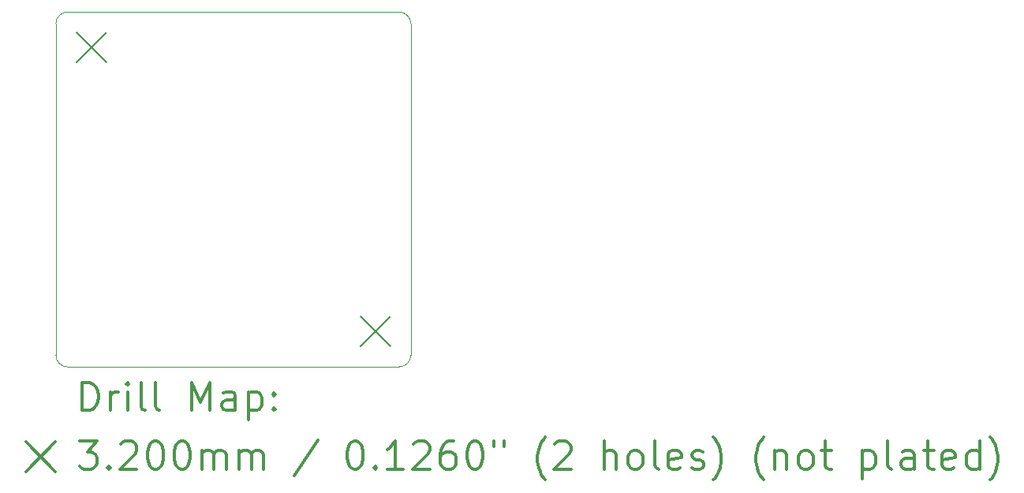
<source format=gbr>
%FSLAX45Y45*%
G04 Gerber Fmt 4.5, Leading zero omitted, Abs format (unit mm)*
G04 Created by KiCad (PCBNEW 5.1.10) date 2021-05-21 02:11:33*
%MOMM*%
%LPD*%
G01*
G04 APERTURE LIST*
%TA.AperFunction,Profile*%
%ADD10C,0.050000*%
%TD*%
%ADD11C,0.200000*%
%ADD12C,0.300000*%
G04 APERTURE END LIST*
D10*
X11811000Y-12700000D02*
G75*
G02*
X11684000Y-12573000I0J127000D01*
G01*
X15494000Y-12573000D02*
G75*
G02*
X15367000Y-12700000I-127000J0D01*
G01*
X11684000Y-9017000D02*
G75*
G02*
X11811000Y-8890000I127000J0D01*
G01*
X15367000Y-8890000D02*
G75*
G02*
X15494000Y-9017000I0J-127000D01*
G01*
X11684000Y-12573000D02*
X11684000Y-9017000D01*
X15367000Y-12700000D02*
X11811000Y-12700000D01*
X15494000Y-9017000D02*
X15494000Y-12573000D01*
X11811000Y-8890000D02*
X15367000Y-8890000D01*
D11*
X11905000Y-9111000D02*
X12225000Y-9431000D01*
X12225000Y-9111000D02*
X11905000Y-9431000D01*
X14953000Y-12159000D02*
X15273000Y-12479000D01*
X15273000Y-12159000D02*
X14953000Y-12479000D01*
D12*
X11967928Y-13168214D02*
X11967928Y-12868214D01*
X12039357Y-12868214D01*
X12082214Y-12882500D01*
X12110786Y-12911071D01*
X12125071Y-12939643D01*
X12139357Y-12996786D01*
X12139357Y-13039643D01*
X12125071Y-13096786D01*
X12110786Y-13125357D01*
X12082214Y-13153929D01*
X12039357Y-13168214D01*
X11967928Y-13168214D01*
X12267928Y-13168214D02*
X12267928Y-12968214D01*
X12267928Y-13025357D02*
X12282214Y-12996786D01*
X12296500Y-12982500D01*
X12325071Y-12968214D01*
X12353643Y-12968214D01*
X12453643Y-13168214D02*
X12453643Y-12968214D01*
X12453643Y-12868214D02*
X12439357Y-12882500D01*
X12453643Y-12896786D01*
X12467928Y-12882500D01*
X12453643Y-12868214D01*
X12453643Y-12896786D01*
X12639357Y-13168214D02*
X12610786Y-13153929D01*
X12596500Y-13125357D01*
X12596500Y-12868214D01*
X12796500Y-13168214D02*
X12767928Y-13153929D01*
X12753643Y-13125357D01*
X12753643Y-12868214D01*
X13139357Y-13168214D02*
X13139357Y-12868214D01*
X13239357Y-13082500D01*
X13339357Y-12868214D01*
X13339357Y-13168214D01*
X13610786Y-13168214D02*
X13610786Y-13011071D01*
X13596500Y-12982500D01*
X13567928Y-12968214D01*
X13510786Y-12968214D01*
X13482214Y-12982500D01*
X13610786Y-13153929D02*
X13582214Y-13168214D01*
X13510786Y-13168214D01*
X13482214Y-13153929D01*
X13467928Y-13125357D01*
X13467928Y-13096786D01*
X13482214Y-13068214D01*
X13510786Y-13053929D01*
X13582214Y-13053929D01*
X13610786Y-13039643D01*
X13753643Y-12968214D02*
X13753643Y-13268214D01*
X13753643Y-12982500D02*
X13782214Y-12968214D01*
X13839357Y-12968214D01*
X13867928Y-12982500D01*
X13882214Y-12996786D01*
X13896500Y-13025357D01*
X13896500Y-13111071D01*
X13882214Y-13139643D01*
X13867928Y-13153929D01*
X13839357Y-13168214D01*
X13782214Y-13168214D01*
X13753643Y-13153929D01*
X14025071Y-13139643D02*
X14039357Y-13153929D01*
X14025071Y-13168214D01*
X14010786Y-13153929D01*
X14025071Y-13139643D01*
X14025071Y-13168214D01*
X14025071Y-12982500D02*
X14039357Y-12996786D01*
X14025071Y-13011071D01*
X14010786Y-12996786D01*
X14025071Y-12982500D01*
X14025071Y-13011071D01*
X11361500Y-13502500D02*
X11681500Y-13822500D01*
X11681500Y-13502500D02*
X11361500Y-13822500D01*
X11939357Y-13498214D02*
X12125071Y-13498214D01*
X12025071Y-13612500D01*
X12067928Y-13612500D01*
X12096500Y-13626786D01*
X12110786Y-13641071D01*
X12125071Y-13669643D01*
X12125071Y-13741071D01*
X12110786Y-13769643D01*
X12096500Y-13783929D01*
X12067928Y-13798214D01*
X11982214Y-13798214D01*
X11953643Y-13783929D01*
X11939357Y-13769643D01*
X12253643Y-13769643D02*
X12267928Y-13783929D01*
X12253643Y-13798214D01*
X12239357Y-13783929D01*
X12253643Y-13769643D01*
X12253643Y-13798214D01*
X12382214Y-13526786D02*
X12396500Y-13512500D01*
X12425071Y-13498214D01*
X12496500Y-13498214D01*
X12525071Y-13512500D01*
X12539357Y-13526786D01*
X12553643Y-13555357D01*
X12553643Y-13583929D01*
X12539357Y-13626786D01*
X12367928Y-13798214D01*
X12553643Y-13798214D01*
X12739357Y-13498214D02*
X12767928Y-13498214D01*
X12796500Y-13512500D01*
X12810786Y-13526786D01*
X12825071Y-13555357D01*
X12839357Y-13612500D01*
X12839357Y-13683929D01*
X12825071Y-13741071D01*
X12810786Y-13769643D01*
X12796500Y-13783929D01*
X12767928Y-13798214D01*
X12739357Y-13798214D01*
X12710786Y-13783929D01*
X12696500Y-13769643D01*
X12682214Y-13741071D01*
X12667928Y-13683929D01*
X12667928Y-13612500D01*
X12682214Y-13555357D01*
X12696500Y-13526786D01*
X12710786Y-13512500D01*
X12739357Y-13498214D01*
X13025071Y-13498214D02*
X13053643Y-13498214D01*
X13082214Y-13512500D01*
X13096500Y-13526786D01*
X13110786Y-13555357D01*
X13125071Y-13612500D01*
X13125071Y-13683929D01*
X13110786Y-13741071D01*
X13096500Y-13769643D01*
X13082214Y-13783929D01*
X13053643Y-13798214D01*
X13025071Y-13798214D01*
X12996500Y-13783929D01*
X12982214Y-13769643D01*
X12967928Y-13741071D01*
X12953643Y-13683929D01*
X12953643Y-13612500D01*
X12967928Y-13555357D01*
X12982214Y-13526786D01*
X12996500Y-13512500D01*
X13025071Y-13498214D01*
X13253643Y-13798214D02*
X13253643Y-13598214D01*
X13253643Y-13626786D02*
X13267928Y-13612500D01*
X13296500Y-13598214D01*
X13339357Y-13598214D01*
X13367928Y-13612500D01*
X13382214Y-13641071D01*
X13382214Y-13798214D01*
X13382214Y-13641071D02*
X13396500Y-13612500D01*
X13425071Y-13598214D01*
X13467928Y-13598214D01*
X13496500Y-13612500D01*
X13510786Y-13641071D01*
X13510786Y-13798214D01*
X13653643Y-13798214D02*
X13653643Y-13598214D01*
X13653643Y-13626786D02*
X13667928Y-13612500D01*
X13696500Y-13598214D01*
X13739357Y-13598214D01*
X13767928Y-13612500D01*
X13782214Y-13641071D01*
X13782214Y-13798214D01*
X13782214Y-13641071D02*
X13796500Y-13612500D01*
X13825071Y-13598214D01*
X13867928Y-13598214D01*
X13896500Y-13612500D01*
X13910786Y-13641071D01*
X13910786Y-13798214D01*
X14496500Y-13483929D02*
X14239357Y-13869643D01*
X14882214Y-13498214D02*
X14910786Y-13498214D01*
X14939357Y-13512500D01*
X14953643Y-13526786D01*
X14967928Y-13555357D01*
X14982214Y-13612500D01*
X14982214Y-13683929D01*
X14967928Y-13741071D01*
X14953643Y-13769643D01*
X14939357Y-13783929D01*
X14910786Y-13798214D01*
X14882214Y-13798214D01*
X14853643Y-13783929D01*
X14839357Y-13769643D01*
X14825071Y-13741071D01*
X14810786Y-13683929D01*
X14810786Y-13612500D01*
X14825071Y-13555357D01*
X14839357Y-13526786D01*
X14853643Y-13512500D01*
X14882214Y-13498214D01*
X15110786Y-13769643D02*
X15125071Y-13783929D01*
X15110786Y-13798214D01*
X15096500Y-13783929D01*
X15110786Y-13769643D01*
X15110786Y-13798214D01*
X15410786Y-13798214D02*
X15239357Y-13798214D01*
X15325071Y-13798214D02*
X15325071Y-13498214D01*
X15296500Y-13541071D01*
X15267928Y-13569643D01*
X15239357Y-13583929D01*
X15525071Y-13526786D02*
X15539357Y-13512500D01*
X15567928Y-13498214D01*
X15639357Y-13498214D01*
X15667928Y-13512500D01*
X15682214Y-13526786D01*
X15696500Y-13555357D01*
X15696500Y-13583929D01*
X15682214Y-13626786D01*
X15510786Y-13798214D01*
X15696500Y-13798214D01*
X15953643Y-13498214D02*
X15896500Y-13498214D01*
X15867928Y-13512500D01*
X15853643Y-13526786D01*
X15825071Y-13569643D01*
X15810786Y-13626786D01*
X15810786Y-13741071D01*
X15825071Y-13769643D01*
X15839357Y-13783929D01*
X15867928Y-13798214D01*
X15925071Y-13798214D01*
X15953643Y-13783929D01*
X15967928Y-13769643D01*
X15982214Y-13741071D01*
X15982214Y-13669643D01*
X15967928Y-13641071D01*
X15953643Y-13626786D01*
X15925071Y-13612500D01*
X15867928Y-13612500D01*
X15839357Y-13626786D01*
X15825071Y-13641071D01*
X15810786Y-13669643D01*
X16167928Y-13498214D02*
X16196500Y-13498214D01*
X16225071Y-13512500D01*
X16239357Y-13526786D01*
X16253643Y-13555357D01*
X16267928Y-13612500D01*
X16267928Y-13683929D01*
X16253643Y-13741071D01*
X16239357Y-13769643D01*
X16225071Y-13783929D01*
X16196500Y-13798214D01*
X16167928Y-13798214D01*
X16139357Y-13783929D01*
X16125071Y-13769643D01*
X16110786Y-13741071D01*
X16096500Y-13683929D01*
X16096500Y-13612500D01*
X16110786Y-13555357D01*
X16125071Y-13526786D01*
X16139357Y-13512500D01*
X16167928Y-13498214D01*
X16382214Y-13498214D02*
X16382214Y-13555357D01*
X16496500Y-13498214D02*
X16496500Y-13555357D01*
X16939357Y-13912500D02*
X16925071Y-13898214D01*
X16896500Y-13855357D01*
X16882214Y-13826786D01*
X16867928Y-13783929D01*
X16853643Y-13712500D01*
X16853643Y-13655357D01*
X16867928Y-13583929D01*
X16882214Y-13541071D01*
X16896500Y-13512500D01*
X16925071Y-13469643D01*
X16939357Y-13455357D01*
X17039357Y-13526786D02*
X17053643Y-13512500D01*
X17082214Y-13498214D01*
X17153643Y-13498214D01*
X17182214Y-13512500D01*
X17196500Y-13526786D01*
X17210786Y-13555357D01*
X17210786Y-13583929D01*
X17196500Y-13626786D01*
X17025071Y-13798214D01*
X17210786Y-13798214D01*
X17567928Y-13798214D02*
X17567928Y-13498214D01*
X17696500Y-13798214D02*
X17696500Y-13641071D01*
X17682214Y-13612500D01*
X17653643Y-13598214D01*
X17610786Y-13598214D01*
X17582214Y-13612500D01*
X17567928Y-13626786D01*
X17882214Y-13798214D02*
X17853643Y-13783929D01*
X17839357Y-13769643D01*
X17825071Y-13741071D01*
X17825071Y-13655357D01*
X17839357Y-13626786D01*
X17853643Y-13612500D01*
X17882214Y-13598214D01*
X17925071Y-13598214D01*
X17953643Y-13612500D01*
X17967928Y-13626786D01*
X17982214Y-13655357D01*
X17982214Y-13741071D01*
X17967928Y-13769643D01*
X17953643Y-13783929D01*
X17925071Y-13798214D01*
X17882214Y-13798214D01*
X18153643Y-13798214D02*
X18125071Y-13783929D01*
X18110786Y-13755357D01*
X18110786Y-13498214D01*
X18382214Y-13783929D02*
X18353643Y-13798214D01*
X18296500Y-13798214D01*
X18267928Y-13783929D01*
X18253643Y-13755357D01*
X18253643Y-13641071D01*
X18267928Y-13612500D01*
X18296500Y-13598214D01*
X18353643Y-13598214D01*
X18382214Y-13612500D01*
X18396500Y-13641071D01*
X18396500Y-13669643D01*
X18253643Y-13698214D01*
X18510786Y-13783929D02*
X18539357Y-13798214D01*
X18596500Y-13798214D01*
X18625071Y-13783929D01*
X18639357Y-13755357D01*
X18639357Y-13741071D01*
X18625071Y-13712500D01*
X18596500Y-13698214D01*
X18553643Y-13698214D01*
X18525071Y-13683929D01*
X18510786Y-13655357D01*
X18510786Y-13641071D01*
X18525071Y-13612500D01*
X18553643Y-13598214D01*
X18596500Y-13598214D01*
X18625071Y-13612500D01*
X18739357Y-13912500D02*
X18753643Y-13898214D01*
X18782214Y-13855357D01*
X18796500Y-13826786D01*
X18810786Y-13783929D01*
X18825071Y-13712500D01*
X18825071Y-13655357D01*
X18810786Y-13583929D01*
X18796500Y-13541071D01*
X18782214Y-13512500D01*
X18753643Y-13469643D01*
X18739357Y-13455357D01*
X19282214Y-13912500D02*
X19267928Y-13898214D01*
X19239357Y-13855357D01*
X19225071Y-13826786D01*
X19210786Y-13783929D01*
X19196500Y-13712500D01*
X19196500Y-13655357D01*
X19210786Y-13583929D01*
X19225071Y-13541071D01*
X19239357Y-13512500D01*
X19267928Y-13469643D01*
X19282214Y-13455357D01*
X19396500Y-13598214D02*
X19396500Y-13798214D01*
X19396500Y-13626786D02*
X19410786Y-13612500D01*
X19439357Y-13598214D01*
X19482214Y-13598214D01*
X19510786Y-13612500D01*
X19525071Y-13641071D01*
X19525071Y-13798214D01*
X19710786Y-13798214D02*
X19682214Y-13783929D01*
X19667928Y-13769643D01*
X19653643Y-13741071D01*
X19653643Y-13655357D01*
X19667928Y-13626786D01*
X19682214Y-13612500D01*
X19710786Y-13598214D01*
X19753643Y-13598214D01*
X19782214Y-13612500D01*
X19796500Y-13626786D01*
X19810786Y-13655357D01*
X19810786Y-13741071D01*
X19796500Y-13769643D01*
X19782214Y-13783929D01*
X19753643Y-13798214D01*
X19710786Y-13798214D01*
X19896500Y-13598214D02*
X20010786Y-13598214D01*
X19939357Y-13498214D02*
X19939357Y-13755357D01*
X19953643Y-13783929D01*
X19982214Y-13798214D01*
X20010786Y-13798214D01*
X20339357Y-13598214D02*
X20339357Y-13898214D01*
X20339357Y-13612500D02*
X20367928Y-13598214D01*
X20425071Y-13598214D01*
X20453643Y-13612500D01*
X20467928Y-13626786D01*
X20482214Y-13655357D01*
X20482214Y-13741071D01*
X20467928Y-13769643D01*
X20453643Y-13783929D01*
X20425071Y-13798214D01*
X20367928Y-13798214D01*
X20339357Y-13783929D01*
X20653643Y-13798214D02*
X20625071Y-13783929D01*
X20610786Y-13755357D01*
X20610786Y-13498214D01*
X20896500Y-13798214D02*
X20896500Y-13641071D01*
X20882214Y-13612500D01*
X20853643Y-13598214D01*
X20796500Y-13598214D01*
X20767928Y-13612500D01*
X20896500Y-13783929D02*
X20867928Y-13798214D01*
X20796500Y-13798214D01*
X20767928Y-13783929D01*
X20753643Y-13755357D01*
X20753643Y-13726786D01*
X20767928Y-13698214D01*
X20796500Y-13683929D01*
X20867928Y-13683929D01*
X20896500Y-13669643D01*
X20996500Y-13598214D02*
X21110786Y-13598214D01*
X21039357Y-13498214D02*
X21039357Y-13755357D01*
X21053643Y-13783929D01*
X21082214Y-13798214D01*
X21110786Y-13798214D01*
X21325071Y-13783929D02*
X21296500Y-13798214D01*
X21239357Y-13798214D01*
X21210786Y-13783929D01*
X21196500Y-13755357D01*
X21196500Y-13641071D01*
X21210786Y-13612500D01*
X21239357Y-13598214D01*
X21296500Y-13598214D01*
X21325071Y-13612500D01*
X21339357Y-13641071D01*
X21339357Y-13669643D01*
X21196500Y-13698214D01*
X21596500Y-13798214D02*
X21596500Y-13498214D01*
X21596500Y-13783929D02*
X21567928Y-13798214D01*
X21510786Y-13798214D01*
X21482214Y-13783929D01*
X21467928Y-13769643D01*
X21453643Y-13741071D01*
X21453643Y-13655357D01*
X21467928Y-13626786D01*
X21482214Y-13612500D01*
X21510786Y-13598214D01*
X21567928Y-13598214D01*
X21596500Y-13612500D01*
X21710786Y-13912500D02*
X21725071Y-13898214D01*
X21753643Y-13855357D01*
X21767928Y-13826786D01*
X21782214Y-13783929D01*
X21796500Y-13712500D01*
X21796500Y-13655357D01*
X21782214Y-13583929D01*
X21767928Y-13541071D01*
X21753643Y-13512500D01*
X21725071Y-13469643D01*
X21710786Y-13455357D01*
M02*

</source>
